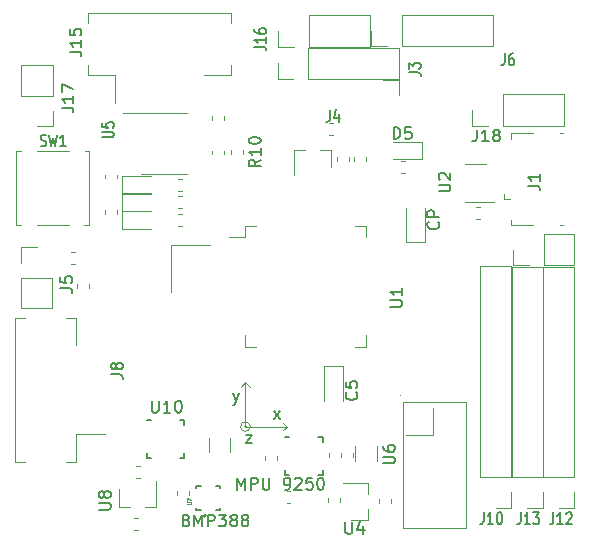
<source format=gbr>
%TF.GenerationSoftware,KiCad,Pcbnew,(5.1.6)-1*%
%TF.CreationDate,2020-08-20T16:43:32+07:00*%
%TF.ProjectId,drone_v3,64726f6e-655f-4763-932e-6b696361645f,rev?*%
%TF.SameCoordinates,Original*%
%TF.FileFunction,Legend,Top*%
%TF.FilePolarity,Positive*%
%FSLAX46Y46*%
G04 Gerber Fmt 4.6, Leading zero omitted, Abs format (unit mm)*
G04 Created by KiCad (PCBNEW (5.1.6)-1) date 2020-08-20 16:43:32*
%MOMM*%
%LPD*%
G01*
G04 APERTURE LIST*
%ADD10C,0.120000*%
%ADD11C,0.127000*%
%ADD12C,0.200000*%
%ADD13C,0.150000*%
%ADD14C,0.015000*%
G04 APERTURE END LIST*
D10*
%TO.C,U6*%
X137900000Y-115796000D02*
X137900000Y-115796000D01*
X137900000Y-126464000D02*
X137900000Y-115796000D01*
X137570000Y-115220000D02*
X137570000Y-115220000D01*
X138154000Y-118590000D02*
X138154000Y-118590000D01*
X140440000Y-118590000D02*
X138154000Y-118590000D01*
X140440000Y-116304000D02*
X140440000Y-118590000D01*
X137900000Y-126464000D02*
X137900000Y-126464000D01*
X143234000Y-126464000D02*
X137900000Y-126464000D01*
X143234000Y-115796000D02*
X143234000Y-126464000D01*
X137900000Y-115796000D02*
X143234000Y-115796000D01*
%TO.C,x*%
X124915000Y-117885000D02*
G75*
G03*
X124915000Y-117885000I-400000J0D01*
G01*
X124615000Y-117885000D02*
G75*
G03*
X124615000Y-117885000I-100000J0D01*
G01*
X127715000Y-117585000D02*
X128015000Y-117885000D01*
X128015000Y-117885000D02*
X127715000Y-118185000D01*
X124515000Y-114485000D02*
X124515000Y-114585000D01*
X124515000Y-114585000D02*
X124515000Y-114085000D01*
X124115000Y-114485000D02*
X124515000Y-114085000D01*
X124515000Y-114085000D02*
X124915000Y-114485000D01*
X124515000Y-117885000D02*
X128015000Y-117885000D01*
X124515000Y-114485000D02*
X124515000Y-117885000D01*
%TO.C,J4*%
X137525000Y-88495000D02*
X137525000Y-89825000D01*
X136195000Y-88495000D02*
X137525000Y-88495000D01*
D11*
%TO.C,U7*%
X122405000Y-124775000D02*
X122405000Y-124955000D01*
X122405000Y-124955000D02*
X122005000Y-124955000D01*
X120745000Y-124955000D02*
X120345000Y-124955000D01*
X120345000Y-124955000D02*
X120345000Y-124775000D01*
X120345000Y-123075000D02*
X120345000Y-122895000D01*
X120345000Y-122895000D02*
X120745000Y-122895000D01*
X122405000Y-123075000D02*
X122405000Y-122895000D01*
X122405000Y-122895000D02*
X122005000Y-122895000D01*
D12*
X121175000Y-125425000D02*
G75*
G03*
X121175000Y-125425000I-100000J0D01*
G01*
D10*
%TO.C,C34*%
X121425000Y-120027064D02*
X121425000Y-118822936D01*
X123245000Y-120027064D02*
X123245000Y-118822936D01*
%TO.C,C33*%
X115596267Y-121205000D02*
X115253733Y-121205000D01*
X115596267Y-122225000D02*
X115253733Y-122225000D01*
%TO.C,U8*%
X113820000Y-124660000D02*
X113820000Y-123200000D01*
X116980000Y-124660000D02*
X116980000Y-122500000D01*
X116980000Y-124660000D02*
X116050000Y-124660000D01*
X113820000Y-124660000D02*
X114750000Y-124660000D01*
D13*
%TO.C,U10*%
X116150000Y-117350000D02*
X116550000Y-117350000D01*
X119350000Y-117350000D02*
X118950000Y-117350000D01*
X119350000Y-117350000D02*
X119350000Y-117750000D01*
X119350000Y-120550000D02*
X118950000Y-120550000D01*
X119350000Y-120550000D02*
X119350000Y-120150000D01*
X116150000Y-120550000D02*
X116550000Y-120550000D01*
X116150000Y-120550000D02*
X116150000Y-120150000D01*
D10*
%TO.C,C32*%
X115446267Y-125640000D02*
X115103733Y-125640000D01*
X115446267Y-126660000D02*
X115103733Y-126660000D01*
X122710000Y-91887779D02*
X122710000Y-91562221D01*
X121690000Y-91887779D02*
X121690000Y-91562221D01*
%TO.C,C6*%
X139685000Y-102235000D02*
X139685000Y-99350000D01*
X138115000Y-102235000D02*
X139685000Y-102235000D01*
X138115000Y-99350000D02*
X138115000Y-102235000D01*
%TO.C,C5*%
X131190000Y-112790000D02*
X131190000Y-115675000D01*
X132760000Y-112790000D02*
X131190000Y-112790000D01*
X132760000Y-115675000D02*
X132760000Y-112790000D01*
%TO.C,U4*%
X134910000Y-125780000D02*
X134910000Y-124850000D01*
X134910000Y-122620000D02*
X134910000Y-123550000D01*
X134910000Y-122620000D02*
X132750000Y-122620000D01*
X134910000Y-125780000D02*
X133450000Y-125780000D01*
%TO.C,C30*%
X131540000Y-124271267D02*
X131540000Y-123928733D01*
X132560000Y-124271267D02*
X132560000Y-123928733D01*
%TO.C,C29*%
X135790000Y-124346267D02*
X135790000Y-124003733D01*
X136810000Y-124346267D02*
X136810000Y-124003733D01*
%TO.C,C28*%
X144372779Y-99290000D02*
X144047221Y-99290000D01*
X144372779Y-100310000D02*
X144047221Y-100310000D01*
%TO.C,C21*%
X133840000Y-120752064D02*
X133840000Y-119547936D01*
X135660000Y-120752064D02*
X135660000Y-119547936D01*
%TO.C,J7*%
X135170000Y-85680000D02*
X135170000Y-84350000D01*
X136500000Y-85680000D02*
X135170000Y-85680000D01*
X137770000Y-85680000D02*
X137770000Y-83020000D01*
X137770000Y-83020000D02*
X145450000Y-83020000D01*
X137770000Y-85680000D02*
X145450000Y-85680000D01*
X145450000Y-85680000D02*
X145450000Y-83020000D01*
%TO.C,J15*%
X123335000Y-82890000D02*
X123335000Y-83740000D01*
X111165000Y-82890000D02*
X123335000Y-82890000D01*
X111165000Y-83740000D02*
X111165000Y-82890000D01*
X123335000Y-88110000D02*
X121010000Y-88110000D01*
X123335000Y-87260000D02*
X123335000Y-88110000D01*
X113490000Y-88110000D02*
X113490000Y-90500000D01*
X111165000Y-88110000D02*
X113490000Y-88110000D01*
X111165000Y-87260000D02*
X111165000Y-88110000D01*
%TO.C,J8*%
X104990000Y-108665000D02*
X105840000Y-108665000D01*
X104990000Y-120835000D02*
X104990000Y-108665000D01*
X105840000Y-120835000D02*
X104990000Y-120835000D01*
X110210000Y-108665000D02*
X110210000Y-110990000D01*
X109360000Y-108665000D02*
X110210000Y-108665000D01*
X110210000Y-118510000D02*
X112600000Y-118510000D01*
X110210000Y-120835000D02*
X110210000Y-118510000D01*
X109360000Y-120835000D02*
X110210000Y-120835000D01*
%TO.C,C26*%
X132640000Y-120462779D02*
X132640000Y-120137221D01*
X133660000Y-120462779D02*
X133660000Y-120137221D01*
%TO.C,C22*%
X118690000Y-123687779D02*
X118690000Y-123362221D01*
X119710000Y-123687779D02*
X119710000Y-123362221D01*
%TO.C,U5*%
X117625000Y-91345000D02*
X114175000Y-91345000D01*
X117625000Y-91345000D02*
X119575000Y-91345000D01*
X117625000Y-96465000D02*
X115675000Y-96465000D01*
X117625000Y-96465000D02*
X119575000Y-96465000D01*
%TO.C,C2*%
X131590000Y-120462779D02*
X131590000Y-120137221D01*
X132610000Y-120462779D02*
X132610000Y-120137221D01*
%TO.C,C1*%
X126140000Y-120712779D02*
X126140000Y-120387221D01*
X127160000Y-120712779D02*
X127160000Y-120387221D01*
%TO.C,Rc_sbus1*%
X132290000Y-95028733D02*
X132290000Y-95371267D01*
X133310000Y-95028733D02*
X133310000Y-95371267D01*
%TO.C,Rb_sbus1*%
X133690000Y-95028733D02*
X133690000Y-95371267D01*
X134710000Y-95028733D02*
X134710000Y-95371267D01*
%TO.C,J3*%
X127245000Y-88455000D02*
X127245000Y-87125000D01*
X128575000Y-88455000D02*
X127245000Y-88455000D01*
X129845000Y-88455000D02*
X129845000Y-85795000D01*
X129845000Y-85795000D02*
X137525000Y-85795000D01*
X129845000Y-88455000D02*
X137525000Y-88455000D01*
X137525000Y-88455000D02*
X137525000Y-85795000D01*
%TO.C,J16*%
X127295000Y-85705000D02*
X127295000Y-84375000D01*
X128625000Y-85705000D02*
X127295000Y-85705000D01*
X129895000Y-85705000D02*
X129895000Y-83045000D01*
X129895000Y-83045000D02*
X135035000Y-83045000D01*
X129895000Y-85705000D02*
X135035000Y-85705000D01*
X135035000Y-85705000D02*
X135035000Y-83045000D01*
%TO.C,R11*%
X123315000Y-94487221D02*
X123315000Y-94812779D01*
X124335000Y-94487221D02*
X124335000Y-94812779D01*
%TO.C,R10*%
X121690000Y-94512221D02*
X121690000Y-94837779D01*
X122710000Y-94512221D02*
X122710000Y-94837779D01*
%TO.C,C3*%
X127999721Y-123365000D02*
X128325279Y-123365000D01*
X127999721Y-124385000D02*
X128325279Y-124385000D01*
D13*
%TO.C,U3*%
X127850000Y-121950000D02*
X127850000Y-121550000D01*
X127850000Y-121950000D02*
X128250000Y-121950000D01*
X131050000Y-121950000D02*
X131050000Y-121550000D01*
X131050000Y-121950000D02*
X130650000Y-121950000D01*
X131050000Y-118750000D02*
X131050000Y-119150000D01*
X131050000Y-118750000D02*
X130650000Y-118750000D01*
X127850000Y-118750000D02*
X128250000Y-118750000D01*
D10*
%TO.C,Y1*%
X118225000Y-102475000D02*
X118225000Y-106475000D01*
X121525000Y-102475000D02*
X118225000Y-102475000D01*
%TO.C,U2*%
X144900000Y-95640000D02*
X143100000Y-95640000D01*
X143100000Y-98860000D02*
X145550000Y-98860000D01*
%TO.C,U1*%
X124490000Y-101840000D02*
X123150000Y-101840000D01*
X124490000Y-100890000D02*
X124490000Y-101840000D01*
X125440000Y-100890000D02*
X124490000Y-100890000D01*
X134710000Y-100890000D02*
X134710000Y-101840000D01*
X133760000Y-100890000D02*
X134710000Y-100890000D01*
X124490000Y-111110000D02*
X124490000Y-110160000D01*
X125440000Y-111110000D02*
X124490000Y-111110000D01*
X134710000Y-111110000D02*
X134710000Y-110160000D01*
X133760000Y-111110000D02*
X134710000Y-111110000D01*
%TO.C,SW1*%
X105550000Y-100850000D02*
X105100000Y-100850000D01*
X105100000Y-94550000D02*
X105550000Y-94550000D01*
X105100000Y-100850000D02*
X105100000Y-94550000D01*
X106850000Y-94550000D02*
X109550000Y-94550000D01*
X109550000Y-100850000D02*
X106850000Y-100850000D01*
X111300000Y-94550000D02*
X110900000Y-94550000D01*
X111300000Y-100850000D02*
X111300000Y-94550000D01*
X110850000Y-100850000D02*
X111300000Y-100850000D01*
%TO.C,Rc_sbus2*%
X131921267Y-92140000D02*
X131578733Y-92140000D01*
X131921267Y-93160000D02*
X131578733Y-93160000D01*
%TO.C,R9*%
X137996267Y-95415000D02*
X137653733Y-95415000D01*
X137996267Y-96435000D02*
X137653733Y-96435000D01*
%TO.C,R8*%
X119171267Y-98390000D02*
X118828733Y-98390000D01*
X119171267Y-99410000D02*
X118828733Y-99410000D01*
%TO.C,R7*%
X119171267Y-99890000D02*
X118828733Y-99890000D01*
X119171267Y-100910000D02*
X118828733Y-100910000D01*
%TO.C,R6*%
X119171267Y-96890000D02*
X118828733Y-96890000D01*
X119171267Y-97910000D02*
X118828733Y-97910000D01*
%TO.C,R5*%
X112590000Y-96537221D02*
X112590000Y-96862779D01*
X113610000Y-96537221D02*
X113610000Y-96862779D01*
%TO.C,R3*%
X110290000Y-105828733D02*
X110290000Y-106171267D01*
X111310000Y-105828733D02*
X111310000Y-106171267D01*
%TO.C,R2*%
X109753733Y-104110000D02*
X110096267Y-104110000D01*
X109753733Y-103090000D02*
X110096267Y-103090000D01*
%TO.C,Q1*%
X131780000Y-94440000D02*
X131780000Y-95900000D01*
X128620000Y-94440000D02*
X128620000Y-96600000D01*
X128620000Y-94440000D02*
X129550000Y-94440000D01*
X131780000Y-94440000D02*
X130850000Y-94440000D01*
%TO.C,J18*%
X143715000Y-92405000D02*
X143715000Y-91075000D01*
X145045000Y-92405000D02*
X143715000Y-92405000D01*
X146315000Y-92405000D02*
X146315000Y-89745000D01*
X146315000Y-89745000D02*
X151455000Y-89745000D01*
X146315000Y-92405000D02*
X151455000Y-92405000D01*
X151455000Y-92405000D02*
X151455000Y-89745000D01*
%TO.C,J17*%
X108190000Y-92450000D02*
X106860000Y-92450000D01*
X108190000Y-91120000D02*
X108190000Y-92450000D01*
X108190000Y-89850000D02*
X105530000Y-89850000D01*
X105530000Y-89850000D02*
X105530000Y-87250000D01*
X108190000Y-89850000D02*
X108190000Y-87250000D01*
X108190000Y-87250000D02*
X105530000Y-87250000D01*
%TO.C,J14*%
X147180000Y-104230000D02*
X147180000Y-102900000D01*
X148510000Y-104230000D02*
X147180000Y-104230000D01*
X149780000Y-104230000D02*
X149780000Y-101570000D01*
X149780000Y-101570000D02*
X152380000Y-101570000D01*
X149780000Y-104230000D02*
X152380000Y-104230000D01*
X152380000Y-104230000D02*
X152380000Y-101570000D01*
%TO.C,J13*%
X149730000Y-124780000D02*
X148400000Y-124780000D01*
X149730000Y-123450000D02*
X149730000Y-124780000D01*
X149730000Y-122180000D02*
X147070000Y-122180000D01*
X147070000Y-122180000D02*
X147070000Y-104340000D01*
X149730000Y-122180000D02*
X149730000Y-104340000D01*
X149730000Y-104340000D02*
X147070000Y-104340000D01*
%TO.C,J12*%
X152380000Y-124780000D02*
X151050000Y-124780000D01*
X152380000Y-123450000D02*
X152380000Y-124780000D01*
X152380000Y-122180000D02*
X149720000Y-122180000D01*
X149720000Y-122180000D02*
X149720000Y-104340000D01*
X152380000Y-122180000D02*
X152380000Y-104340000D01*
X152380000Y-104340000D02*
X149720000Y-104340000D01*
%TO.C,J10*%
X147030000Y-124730000D02*
X145700000Y-124730000D01*
X147030000Y-123400000D02*
X147030000Y-124730000D01*
X147030000Y-122130000D02*
X144370000Y-122130000D01*
X144370000Y-122130000D02*
X144370000Y-104290000D01*
X147030000Y-122130000D02*
X147030000Y-104290000D01*
X147030000Y-104290000D02*
X144370000Y-104290000D01*
%TO.C,J5*%
X105520000Y-102670000D02*
X106850000Y-102670000D01*
X105520000Y-104000000D02*
X105520000Y-102670000D01*
X105520000Y-105270000D02*
X108180000Y-105270000D01*
X108180000Y-105270000D02*
X108180000Y-107870000D01*
X105520000Y-105270000D02*
X105520000Y-107870000D01*
X105520000Y-107870000D02*
X108180000Y-107870000D01*
%TO.C,J1*%
X146987500Y-100850000D02*
X146987500Y-100400000D01*
X148837500Y-100850000D02*
X146987500Y-100850000D01*
X151387500Y-93050000D02*
X151137500Y-93050000D01*
X151387500Y-100850000D02*
X151137500Y-100850000D01*
X148837500Y-93050000D02*
X146987500Y-93050000D01*
X146987500Y-93050000D02*
X146987500Y-93500000D01*
X146437500Y-98650000D02*
X146437500Y-98200000D01*
X146437500Y-98650000D02*
X146887500Y-98650000D01*
%TO.C,D5*%
X139460000Y-93765000D02*
X137000000Y-93765000D01*
X139460000Y-95235000D02*
X139460000Y-93765000D01*
X137000000Y-95235000D02*
X139460000Y-95235000D01*
%TO.C,D4*%
X114040000Y-99635000D02*
X116500000Y-99635000D01*
X114040000Y-98165000D02*
X114040000Y-99635000D01*
X116500000Y-98165000D02*
X114040000Y-98165000D01*
%TO.C,D3*%
X114040000Y-101135000D02*
X116500000Y-101135000D01*
X114040000Y-99665000D02*
X114040000Y-101135000D01*
X116500000Y-99665000D02*
X114040000Y-99665000D01*
%TO.C,D2*%
X114040000Y-98135000D02*
X116500000Y-98135000D01*
X114040000Y-96665000D02*
X114040000Y-98135000D01*
X116500000Y-96665000D02*
X114040000Y-96665000D01*
%TO.C,C11*%
X113610000Y-99862779D02*
X113610000Y-99537221D01*
X112590000Y-99862779D02*
X112590000Y-99537221D01*
%TO.C,U6*%
D12*
X136177380Y-120996904D02*
X136986904Y-120996904D01*
X137082142Y-120949285D01*
X137129761Y-120901666D01*
X137177380Y-120806428D01*
X137177380Y-120615952D01*
X137129761Y-120520714D01*
X137082142Y-120473095D01*
X136986904Y-120425476D01*
X136177380Y-120425476D01*
X136177380Y-119520714D02*
X136177380Y-119711190D01*
X136225000Y-119806428D01*
X136272619Y-119854047D01*
X136415476Y-119949285D01*
X136605952Y-119996904D01*
X136986904Y-119996904D01*
X137082142Y-119949285D01*
X137129761Y-119901666D01*
X137177380Y-119806428D01*
X137177380Y-119615952D01*
X137129761Y-119520714D01*
X137082142Y-119473095D01*
X136986904Y-119425476D01*
X136748809Y-119425476D01*
X136653571Y-119473095D01*
X136605952Y-119520714D01*
X136558333Y-119615952D01*
X136558333Y-119806428D01*
X136605952Y-119901666D01*
X136653571Y-119949285D01*
X136748809Y-119996904D01*
%TO.C,J6*%
X146478333Y-86287380D02*
X146478333Y-87001666D01*
X146440238Y-87144523D01*
X146364047Y-87239761D01*
X146249761Y-87287380D01*
X146173571Y-87287380D01*
X147202142Y-86287380D02*
X147049761Y-86287380D01*
X146973571Y-86335000D01*
X146935476Y-86382619D01*
X146859285Y-86525476D01*
X146821190Y-86715952D01*
X146821190Y-87096904D01*
X146859285Y-87192142D01*
X146897380Y-87239761D01*
X146973571Y-87287380D01*
X147125952Y-87287380D01*
X147202142Y-87239761D01*
X147240238Y-87192142D01*
X147278333Y-87096904D01*
X147278333Y-86858809D01*
X147240238Y-86763571D01*
X147202142Y-86715952D01*
X147125952Y-86668333D01*
X146973571Y-86668333D01*
X146897380Y-86715952D01*
X146859285Y-86763571D01*
X146821190Y-86858809D01*
%TO.C,x*%
D13*
X126953095Y-117237380D02*
X127476904Y-116570714D01*
X126953095Y-116570714D02*
X127476904Y-117237380D01*
X124553095Y-118570714D02*
X125076904Y-118570714D01*
X124553095Y-119237380D01*
X125076904Y-119237380D01*
X123476904Y-115070714D02*
X123715000Y-115737380D01*
X123953095Y-115070714D02*
X123715000Y-115737380D01*
X123619761Y-115975476D01*
X123572142Y-116023095D01*
X123476904Y-116070714D01*
%TO.C,J4*%
D12*
X131678333Y-91077380D02*
X131678333Y-91791666D01*
X131640238Y-91934523D01*
X131564047Y-92029761D01*
X131449761Y-92077380D01*
X131373571Y-92077380D01*
X132402142Y-91410714D02*
X132402142Y-92077380D01*
X132211666Y-91029761D02*
X132021190Y-91744047D01*
X132516428Y-91744047D01*
%TO.C,U7*%
D14*
X119594148Y-124453523D02*
X119853547Y-124453523D01*
X119884064Y-124438264D01*
X119899323Y-124423005D01*
X119914582Y-124392488D01*
X119914582Y-124331453D01*
X119899323Y-124300935D01*
X119884064Y-124285676D01*
X119853547Y-124270418D01*
X119594148Y-124270418D01*
X119594148Y-124148347D02*
X119594148Y-123934725D01*
X119914582Y-124072054D01*
D12*
X119541428Y-125798571D02*
X119684285Y-125846190D01*
X119731904Y-125893809D01*
X119779523Y-125989047D01*
X119779523Y-126131904D01*
X119731904Y-126227142D01*
X119684285Y-126274761D01*
X119589047Y-126322380D01*
X119208095Y-126322380D01*
X119208095Y-125322380D01*
X119541428Y-125322380D01*
X119636666Y-125370000D01*
X119684285Y-125417619D01*
X119731904Y-125512857D01*
X119731904Y-125608095D01*
X119684285Y-125703333D01*
X119636666Y-125750952D01*
X119541428Y-125798571D01*
X119208095Y-125798571D01*
X120208095Y-126322380D02*
X120208095Y-125322380D01*
X120541428Y-126036666D01*
X120874761Y-125322380D01*
X120874761Y-126322380D01*
X121350952Y-126322380D02*
X121350952Y-125322380D01*
X121731904Y-125322380D01*
X121827142Y-125370000D01*
X121874761Y-125417619D01*
X121922380Y-125512857D01*
X121922380Y-125655714D01*
X121874761Y-125750952D01*
X121827142Y-125798571D01*
X121731904Y-125846190D01*
X121350952Y-125846190D01*
X122255714Y-125322380D02*
X122874761Y-125322380D01*
X122541428Y-125703333D01*
X122684285Y-125703333D01*
X122779523Y-125750952D01*
X122827142Y-125798571D01*
X122874761Y-125893809D01*
X122874761Y-126131904D01*
X122827142Y-126227142D01*
X122779523Y-126274761D01*
X122684285Y-126322380D01*
X122398571Y-126322380D01*
X122303333Y-126274761D01*
X122255714Y-126227142D01*
X123446190Y-125750952D02*
X123350952Y-125703333D01*
X123303333Y-125655714D01*
X123255714Y-125560476D01*
X123255714Y-125512857D01*
X123303333Y-125417619D01*
X123350952Y-125370000D01*
X123446190Y-125322380D01*
X123636666Y-125322380D01*
X123731904Y-125370000D01*
X123779523Y-125417619D01*
X123827142Y-125512857D01*
X123827142Y-125560476D01*
X123779523Y-125655714D01*
X123731904Y-125703333D01*
X123636666Y-125750952D01*
X123446190Y-125750952D01*
X123350952Y-125798571D01*
X123303333Y-125846190D01*
X123255714Y-125941428D01*
X123255714Y-126131904D01*
X123303333Y-126227142D01*
X123350952Y-126274761D01*
X123446190Y-126322380D01*
X123636666Y-126322380D01*
X123731904Y-126274761D01*
X123779523Y-126227142D01*
X123827142Y-126131904D01*
X123827142Y-125941428D01*
X123779523Y-125846190D01*
X123731904Y-125798571D01*
X123636666Y-125750952D01*
X124398571Y-125750952D02*
X124303333Y-125703333D01*
X124255714Y-125655714D01*
X124208095Y-125560476D01*
X124208095Y-125512857D01*
X124255714Y-125417619D01*
X124303333Y-125370000D01*
X124398571Y-125322380D01*
X124589047Y-125322380D01*
X124684285Y-125370000D01*
X124731904Y-125417619D01*
X124779523Y-125512857D01*
X124779523Y-125560476D01*
X124731904Y-125655714D01*
X124684285Y-125703333D01*
X124589047Y-125750952D01*
X124398571Y-125750952D01*
X124303333Y-125798571D01*
X124255714Y-125846190D01*
X124208095Y-125941428D01*
X124208095Y-126131904D01*
X124255714Y-126227142D01*
X124303333Y-126274761D01*
X124398571Y-126322380D01*
X124589047Y-126322380D01*
X124684285Y-126274761D01*
X124731904Y-126227142D01*
X124779523Y-126131904D01*
X124779523Y-125941428D01*
X124731904Y-125846190D01*
X124684285Y-125798571D01*
X124589047Y-125750952D01*
%TO.C,U8*%
X112102380Y-124911904D02*
X112911904Y-124911904D01*
X113007142Y-124864285D01*
X113054761Y-124816666D01*
X113102380Y-124721428D01*
X113102380Y-124530952D01*
X113054761Y-124435714D01*
X113007142Y-124388095D01*
X112911904Y-124340476D01*
X112102380Y-124340476D01*
X112530952Y-123721428D02*
X112483333Y-123816666D01*
X112435714Y-123864285D01*
X112340476Y-123911904D01*
X112292857Y-123911904D01*
X112197619Y-123864285D01*
X112150000Y-123816666D01*
X112102380Y-123721428D01*
X112102380Y-123530952D01*
X112150000Y-123435714D01*
X112197619Y-123388095D01*
X112292857Y-123340476D01*
X112340476Y-123340476D01*
X112435714Y-123388095D01*
X112483333Y-123435714D01*
X112530952Y-123530952D01*
X112530952Y-123721428D01*
X112578571Y-123816666D01*
X112626190Y-123864285D01*
X112721428Y-123911904D01*
X112911904Y-123911904D01*
X113007142Y-123864285D01*
X113054761Y-123816666D01*
X113102380Y-123721428D01*
X113102380Y-123530952D01*
X113054761Y-123435714D01*
X113007142Y-123388095D01*
X112911904Y-123340476D01*
X112721428Y-123340476D01*
X112626190Y-123388095D01*
X112578571Y-123435714D01*
X112530952Y-123530952D01*
%TO.C,U10*%
X116596904Y-115687380D02*
X116596904Y-116496904D01*
X116644523Y-116592142D01*
X116692142Y-116639761D01*
X116787380Y-116687380D01*
X116977857Y-116687380D01*
X117073095Y-116639761D01*
X117120714Y-116592142D01*
X117168333Y-116496904D01*
X117168333Y-115687380D01*
X118168333Y-116687380D02*
X117596904Y-116687380D01*
X117882619Y-116687380D02*
X117882619Y-115687380D01*
X117787380Y-115830238D01*
X117692142Y-115925476D01*
X117596904Y-115973095D01*
X118787380Y-115687380D02*
X118882619Y-115687380D01*
X118977857Y-115735000D01*
X119025476Y-115782619D01*
X119073095Y-115877857D01*
X119120714Y-116068333D01*
X119120714Y-116306428D01*
X119073095Y-116496904D01*
X119025476Y-116592142D01*
X118977857Y-116639761D01*
X118882619Y-116687380D01*
X118787380Y-116687380D01*
X118692142Y-116639761D01*
X118644523Y-116592142D01*
X118596904Y-116496904D01*
X118549285Y-116306428D01*
X118549285Y-116068333D01*
X118596904Y-115877857D01*
X118644523Y-115782619D01*
X118692142Y-115735000D01*
X118787380Y-115687380D01*
%TO.C,C6*%
X140837142Y-100540476D02*
X140884761Y-100588095D01*
X140932380Y-100730952D01*
X140932380Y-100826190D01*
X140884761Y-100969047D01*
X140789523Y-101064285D01*
X140694285Y-101111904D01*
X140503809Y-101159523D01*
X140360952Y-101159523D01*
X140170476Y-101111904D01*
X140075238Y-101064285D01*
X139980000Y-100969047D01*
X139932380Y-100826190D01*
X139932380Y-100730952D01*
X139980000Y-100588095D01*
X140027619Y-100540476D01*
X140932380Y-100111904D02*
X139932380Y-100111904D01*
X139932380Y-99730952D01*
X139980000Y-99635714D01*
X140027619Y-99588095D01*
X140122857Y-99540476D01*
X140265714Y-99540476D01*
X140360952Y-99588095D01*
X140408571Y-99635714D01*
X140456190Y-99730952D01*
X140456190Y-100111904D01*
%TO.C,C5*%
D13*
X133902142Y-114991666D02*
X133949761Y-115039285D01*
X133997380Y-115182142D01*
X133997380Y-115277380D01*
X133949761Y-115420238D01*
X133854523Y-115515476D01*
X133759285Y-115563095D01*
X133568809Y-115610714D01*
X133425952Y-115610714D01*
X133235476Y-115563095D01*
X133140238Y-115515476D01*
X133045000Y-115420238D01*
X132997380Y-115277380D01*
X132997380Y-115182142D01*
X133045000Y-115039285D01*
X133092619Y-114991666D01*
X132997380Y-114086904D02*
X132997380Y-114563095D01*
X133473571Y-114610714D01*
X133425952Y-114563095D01*
X133378333Y-114467857D01*
X133378333Y-114229761D01*
X133425952Y-114134523D01*
X133473571Y-114086904D01*
X133568809Y-114039285D01*
X133806904Y-114039285D01*
X133902142Y-114086904D01*
X133949761Y-114134523D01*
X133997380Y-114229761D01*
X133997380Y-114467857D01*
X133949761Y-114563095D01*
X133902142Y-114610714D01*
%TO.C,U4*%
D12*
X132988095Y-125952380D02*
X132988095Y-126761904D01*
X133035714Y-126857142D01*
X133083333Y-126904761D01*
X133178571Y-126952380D01*
X133369047Y-126952380D01*
X133464285Y-126904761D01*
X133511904Y-126857142D01*
X133559523Y-126761904D01*
X133559523Y-125952380D01*
X134464285Y-126285714D02*
X134464285Y-126952380D01*
X134226190Y-125904761D02*
X133988095Y-126619047D01*
X134607142Y-126619047D01*
%TO.C,J15*%
X109627380Y-86134523D02*
X110341666Y-86134523D01*
X110484523Y-86182142D01*
X110579761Y-86277380D01*
X110627380Y-86420238D01*
X110627380Y-86515476D01*
X110627380Y-85134523D02*
X110627380Y-85705952D01*
X110627380Y-85420238D02*
X109627380Y-85420238D01*
X109770238Y-85515476D01*
X109865476Y-85610714D01*
X109913095Y-85705952D01*
X109627380Y-84229761D02*
X109627380Y-84705952D01*
X110103571Y-84753571D01*
X110055952Y-84705952D01*
X110008333Y-84610714D01*
X110008333Y-84372619D01*
X110055952Y-84277380D01*
X110103571Y-84229761D01*
X110198809Y-84182142D01*
X110436904Y-84182142D01*
X110532142Y-84229761D01*
X110579761Y-84277380D01*
X110627380Y-84372619D01*
X110627380Y-84610714D01*
X110579761Y-84705952D01*
X110532142Y-84753571D01*
%TO.C,J8*%
X113137380Y-113468333D02*
X113851666Y-113468333D01*
X113994523Y-113515952D01*
X114089761Y-113611190D01*
X114137380Y-113754047D01*
X114137380Y-113849285D01*
X113565952Y-112849285D02*
X113518333Y-112944523D01*
X113470714Y-112992142D01*
X113375476Y-113039761D01*
X113327857Y-113039761D01*
X113232619Y-112992142D01*
X113185000Y-112944523D01*
X113137380Y-112849285D01*
X113137380Y-112658809D01*
X113185000Y-112563571D01*
X113232619Y-112515952D01*
X113327857Y-112468333D01*
X113375476Y-112468333D01*
X113470714Y-112515952D01*
X113518333Y-112563571D01*
X113565952Y-112658809D01*
X113565952Y-112849285D01*
X113613571Y-112944523D01*
X113661190Y-112992142D01*
X113756428Y-113039761D01*
X113946904Y-113039761D01*
X114042142Y-112992142D01*
X114089761Y-112944523D01*
X114137380Y-112849285D01*
X114137380Y-112658809D01*
X114089761Y-112563571D01*
X114042142Y-112515952D01*
X113946904Y-112468333D01*
X113756428Y-112468333D01*
X113661190Y-112515952D01*
X113613571Y-112563571D01*
X113565952Y-112658809D01*
%TO.C,U5*%
X112377380Y-93384523D02*
X113186904Y-93384523D01*
X113282142Y-93346428D01*
X113329761Y-93308333D01*
X113377380Y-93232142D01*
X113377380Y-93079761D01*
X113329761Y-93003571D01*
X113282142Y-92965476D01*
X113186904Y-92927380D01*
X112377380Y-92927380D01*
X112377380Y-92165476D02*
X112377380Y-92546428D01*
X112853571Y-92584523D01*
X112805952Y-92546428D01*
X112758333Y-92470238D01*
X112758333Y-92279761D01*
X112805952Y-92203571D01*
X112853571Y-92165476D01*
X112948809Y-92127380D01*
X113186904Y-92127380D01*
X113282142Y-92165476D01*
X113329761Y-92203571D01*
X113377380Y-92279761D01*
X113377380Y-92470238D01*
X113329761Y-92546428D01*
X113282142Y-92584523D01*
%TO.C,J3*%
X138352380Y-87866666D02*
X139066666Y-87866666D01*
X139209523Y-87904761D01*
X139304761Y-87980952D01*
X139352380Y-88095238D01*
X139352380Y-88171428D01*
X138352380Y-87561904D02*
X138352380Y-87066666D01*
X138733333Y-87333333D01*
X138733333Y-87219047D01*
X138780952Y-87142857D01*
X138828571Y-87104761D01*
X138923809Y-87066666D01*
X139161904Y-87066666D01*
X139257142Y-87104761D01*
X139304761Y-87142857D01*
X139352380Y-87219047D01*
X139352380Y-87447619D01*
X139304761Y-87523809D01*
X139257142Y-87561904D01*
%TO.C,J16*%
X125277380Y-85702619D02*
X125991666Y-85702619D01*
X126134523Y-85740714D01*
X126229761Y-85816904D01*
X126277380Y-85931190D01*
X126277380Y-86007380D01*
X126277380Y-84902619D02*
X126277380Y-85359761D01*
X126277380Y-85131190D02*
X125277380Y-85131190D01*
X125420238Y-85207380D01*
X125515476Y-85283571D01*
X125563095Y-85359761D01*
X125277380Y-84216904D02*
X125277380Y-84369285D01*
X125325000Y-84445476D01*
X125372619Y-84483571D01*
X125515476Y-84559761D01*
X125705952Y-84597857D01*
X126086904Y-84597857D01*
X126182142Y-84559761D01*
X126229761Y-84521666D01*
X126277380Y-84445476D01*
X126277380Y-84293095D01*
X126229761Y-84216904D01*
X126182142Y-84178809D01*
X126086904Y-84140714D01*
X125848809Y-84140714D01*
X125753571Y-84178809D01*
X125705952Y-84216904D01*
X125658333Y-84293095D01*
X125658333Y-84445476D01*
X125705952Y-84521666D01*
X125753571Y-84559761D01*
X125848809Y-84597857D01*
%TO.C,R10*%
X125802380Y-95267857D02*
X125326190Y-95601190D01*
X125802380Y-95839285D02*
X124802380Y-95839285D01*
X124802380Y-95458333D01*
X124850000Y-95363095D01*
X124897619Y-95315476D01*
X124992857Y-95267857D01*
X125135714Y-95267857D01*
X125230952Y-95315476D01*
X125278571Y-95363095D01*
X125326190Y-95458333D01*
X125326190Y-95839285D01*
X125802380Y-94315476D02*
X125802380Y-94886904D01*
X125802380Y-94601190D02*
X124802380Y-94601190D01*
X124945238Y-94696428D01*
X125040476Y-94791666D01*
X125088095Y-94886904D01*
X124802380Y-93696428D02*
X124802380Y-93601190D01*
X124850000Y-93505952D01*
X124897619Y-93458333D01*
X124992857Y-93410714D01*
X125183333Y-93363095D01*
X125421428Y-93363095D01*
X125611904Y-93410714D01*
X125707142Y-93458333D01*
X125754761Y-93505952D01*
X125802380Y-93601190D01*
X125802380Y-93696428D01*
X125754761Y-93791666D01*
X125707142Y-93839285D01*
X125611904Y-93886904D01*
X125421428Y-93934523D01*
X125183333Y-93934523D01*
X124992857Y-93886904D01*
X124897619Y-93839285D01*
X124850000Y-93791666D01*
X124802380Y-93696428D01*
%TO.C,U3*%
X123842142Y-123217380D02*
X123842142Y-122217380D01*
X124175476Y-122931666D01*
X124508809Y-122217380D01*
X124508809Y-123217380D01*
X124985000Y-123217380D02*
X124985000Y-122217380D01*
X125365952Y-122217380D01*
X125461190Y-122265000D01*
X125508809Y-122312619D01*
X125556428Y-122407857D01*
X125556428Y-122550714D01*
X125508809Y-122645952D01*
X125461190Y-122693571D01*
X125365952Y-122741190D01*
X124985000Y-122741190D01*
X125985000Y-122217380D02*
X125985000Y-123026904D01*
X126032619Y-123122142D01*
X126080238Y-123169761D01*
X126175476Y-123217380D01*
X126365952Y-123217380D01*
X126461190Y-123169761D01*
X126508809Y-123122142D01*
X126556428Y-123026904D01*
X126556428Y-122217380D01*
X127842142Y-123217380D02*
X128032619Y-123217380D01*
X128127857Y-123169761D01*
X128175476Y-123122142D01*
X128270714Y-122979285D01*
X128318333Y-122788809D01*
X128318333Y-122407857D01*
X128270714Y-122312619D01*
X128223095Y-122265000D01*
X128127857Y-122217380D01*
X127937380Y-122217380D01*
X127842142Y-122265000D01*
X127794523Y-122312619D01*
X127746904Y-122407857D01*
X127746904Y-122645952D01*
X127794523Y-122741190D01*
X127842142Y-122788809D01*
X127937380Y-122836428D01*
X128127857Y-122836428D01*
X128223095Y-122788809D01*
X128270714Y-122741190D01*
X128318333Y-122645952D01*
X128699285Y-122312619D02*
X128746904Y-122265000D01*
X128842142Y-122217380D01*
X129080238Y-122217380D01*
X129175476Y-122265000D01*
X129223095Y-122312619D01*
X129270714Y-122407857D01*
X129270714Y-122503095D01*
X129223095Y-122645952D01*
X128651666Y-123217380D01*
X129270714Y-123217380D01*
X130175476Y-122217380D02*
X129699285Y-122217380D01*
X129651666Y-122693571D01*
X129699285Y-122645952D01*
X129794523Y-122598333D01*
X130032619Y-122598333D01*
X130127857Y-122645952D01*
X130175476Y-122693571D01*
X130223095Y-122788809D01*
X130223095Y-123026904D01*
X130175476Y-123122142D01*
X130127857Y-123169761D01*
X130032619Y-123217380D01*
X129794523Y-123217380D01*
X129699285Y-123169761D01*
X129651666Y-123122142D01*
X130842142Y-122217380D02*
X130937380Y-122217380D01*
X131032619Y-122265000D01*
X131080238Y-122312619D01*
X131127857Y-122407857D01*
X131175476Y-122598333D01*
X131175476Y-122836428D01*
X131127857Y-123026904D01*
X131080238Y-123122142D01*
X131032619Y-123169761D01*
X130937380Y-123217380D01*
X130842142Y-123217380D01*
X130746904Y-123169761D01*
X130699285Y-123122142D01*
X130651666Y-123026904D01*
X130604047Y-122836428D01*
X130604047Y-122598333D01*
X130651666Y-122407857D01*
X130699285Y-122312619D01*
X130746904Y-122265000D01*
X130842142Y-122217380D01*
%TO.C,U2*%
X140877380Y-97961904D02*
X141686904Y-97961904D01*
X141782142Y-97914285D01*
X141829761Y-97866666D01*
X141877380Y-97771428D01*
X141877380Y-97580952D01*
X141829761Y-97485714D01*
X141782142Y-97438095D01*
X141686904Y-97390476D01*
X140877380Y-97390476D01*
X140972619Y-96961904D02*
X140925000Y-96914285D01*
X140877380Y-96819047D01*
X140877380Y-96580952D01*
X140925000Y-96485714D01*
X140972619Y-96438095D01*
X141067857Y-96390476D01*
X141163095Y-96390476D01*
X141305952Y-96438095D01*
X141877380Y-97009523D01*
X141877380Y-96390476D01*
%TO.C,U1*%
X136777380Y-107736904D02*
X137586904Y-107736904D01*
X137682142Y-107689285D01*
X137729761Y-107641666D01*
X137777380Y-107546428D01*
X137777380Y-107355952D01*
X137729761Y-107260714D01*
X137682142Y-107213095D01*
X137586904Y-107165476D01*
X136777380Y-107165476D01*
X137777380Y-106165476D02*
X137777380Y-106736904D01*
X137777380Y-106451190D02*
X136777380Y-106451190D01*
X136920238Y-106546428D01*
X137015476Y-106641666D01*
X137063095Y-106736904D01*
%TO.C,SW1*%
X107183333Y-94104761D02*
X107297619Y-94152380D01*
X107488095Y-94152380D01*
X107564285Y-94104761D01*
X107602380Y-94057142D01*
X107640476Y-93961904D01*
X107640476Y-93866666D01*
X107602380Y-93771428D01*
X107564285Y-93723809D01*
X107488095Y-93676190D01*
X107335714Y-93628571D01*
X107259523Y-93580952D01*
X107221428Y-93533333D01*
X107183333Y-93438095D01*
X107183333Y-93342857D01*
X107221428Y-93247619D01*
X107259523Y-93200000D01*
X107335714Y-93152380D01*
X107526190Y-93152380D01*
X107640476Y-93200000D01*
X107907142Y-93152380D02*
X108097619Y-94152380D01*
X108250000Y-93438095D01*
X108402380Y-94152380D01*
X108592857Y-93152380D01*
X109316666Y-94152380D02*
X108859523Y-94152380D01*
X109088095Y-94152380D02*
X109088095Y-93152380D01*
X109011904Y-93295238D01*
X108935714Y-93390476D01*
X108859523Y-93438095D01*
%TO.C,J18*%
X144110476Y-92727380D02*
X144110476Y-93441666D01*
X144062857Y-93584523D01*
X143967619Y-93679761D01*
X143824761Y-93727380D01*
X143729523Y-93727380D01*
X145110476Y-93727380D02*
X144539047Y-93727380D01*
X144824761Y-93727380D02*
X144824761Y-92727380D01*
X144729523Y-92870238D01*
X144634285Y-92965476D01*
X144539047Y-93013095D01*
X145681904Y-93155952D02*
X145586666Y-93108333D01*
X145539047Y-93060714D01*
X145491428Y-92965476D01*
X145491428Y-92917857D01*
X145539047Y-92822619D01*
X145586666Y-92775000D01*
X145681904Y-92727380D01*
X145872380Y-92727380D01*
X145967619Y-92775000D01*
X146015238Y-92822619D01*
X146062857Y-92917857D01*
X146062857Y-92965476D01*
X146015238Y-93060714D01*
X145967619Y-93108333D01*
X145872380Y-93155952D01*
X145681904Y-93155952D01*
X145586666Y-93203571D01*
X145539047Y-93251190D01*
X145491428Y-93346428D01*
X145491428Y-93536904D01*
X145539047Y-93632142D01*
X145586666Y-93679761D01*
X145681904Y-93727380D01*
X145872380Y-93727380D01*
X145967619Y-93679761D01*
X146015238Y-93632142D01*
X146062857Y-93536904D01*
X146062857Y-93346428D01*
X146015238Y-93251190D01*
X145967619Y-93203571D01*
X145872380Y-93155952D01*
%TO.C,J17*%
X108957380Y-90874523D02*
X109671666Y-90874523D01*
X109814523Y-90922142D01*
X109909761Y-91017380D01*
X109957380Y-91160238D01*
X109957380Y-91255476D01*
X109957380Y-89874523D02*
X109957380Y-90445952D01*
X109957380Y-90160238D02*
X108957380Y-90160238D01*
X109100238Y-90255476D01*
X109195476Y-90350714D01*
X109243095Y-90445952D01*
X108957380Y-89541190D02*
X108957380Y-88874523D01*
X109957380Y-89303095D01*
%TO.C,J13*%
X147827380Y-125152380D02*
X147827380Y-125866666D01*
X147789285Y-126009523D01*
X147713095Y-126104761D01*
X147598809Y-126152380D01*
X147522619Y-126152380D01*
X148627380Y-126152380D02*
X148170238Y-126152380D01*
X148398809Y-126152380D02*
X148398809Y-125152380D01*
X148322619Y-125295238D01*
X148246428Y-125390476D01*
X148170238Y-125438095D01*
X148894047Y-125152380D02*
X149389285Y-125152380D01*
X149122619Y-125533333D01*
X149236904Y-125533333D01*
X149313095Y-125580952D01*
X149351190Y-125628571D01*
X149389285Y-125723809D01*
X149389285Y-125961904D01*
X149351190Y-126057142D01*
X149313095Y-126104761D01*
X149236904Y-126152380D01*
X149008333Y-126152380D01*
X148932142Y-126104761D01*
X148894047Y-126057142D01*
%TO.C,J12*%
X150577380Y-125152380D02*
X150577380Y-125866666D01*
X150539285Y-126009523D01*
X150463095Y-126104761D01*
X150348809Y-126152380D01*
X150272619Y-126152380D01*
X151377380Y-126152380D02*
X150920238Y-126152380D01*
X151148809Y-126152380D02*
X151148809Y-125152380D01*
X151072619Y-125295238D01*
X150996428Y-125390476D01*
X150920238Y-125438095D01*
X151682142Y-125247619D02*
X151720238Y-125200000D01*
X151796428Y-125152380D01*
X151986904Y-125152380D01*
X152063095Y-125200000D01*
X152101190Y-125247619D01*
X152139285Y-125342857D01*
X152139285Y-125438095D01*
X152101190Y-125580952D01*
X151644047Y-126152380D01*
X152139285Y-126152380D01*
%TO.C,J10*%
X144687380Y-125137380D02*
X144687380Y-125851666D01*
X144649285Y-125994523D01*
X144573095Y-126089761D01*
X144458809Y-126137380D01*
X144382619Y-126137380D01*
X145487380Y-126137380D02*
X145030238Y-126137380D01*
X145258809Y-126137380D02*
X145258809Y-125137380D01*
X145182619Y-125280238D01*
X145106428Y-125375476D01*
X145030238Y-125423095D01*
X145982619Y-125137380D02*
X146058809Y-125137380D01*
X146135000Y-125185000D01*
X146173095Y-125232619D01*
X146211190Y-125327857D01*
X146249285Y-125518333D01*
X146249285Y-125756428D01*
X146211190Y-125946904D01*
X146173095Y-126042142D01*
X146135000Y-126089761D01*
X146058809Y-126137380D01*
X145982619Y-126137380D01*
X145906428Y-126089761D01*
X145868333Y-126042142D01*
X145830238Y-125946904D01*
X145792142Y-125756428D01*
X145792142Y-125518333D01*
X145830238Y-125327857D01*
X145868333Y-125232619D01*
X145906428Y-125185000D01*
X145982619Y-125137380D01*
%TO.C,J5*%
X108857380Y-106148333D02*
X109571666Y-106148333D01*
X109714523Y-106195952D01*
X109809761Y-106291190D01*
X109857380Y-106434047D01*
X109857380Y-106529285D01*
X108857380Y-105195952D02*
X108857380Y-105672142D01*
X109333571Y-105719761D01*
X109285952Y-105672142D01*
X109238333Y-105576904D01*
X109238333Y-105338809D01*
X109285952Y-105243571D01*
X109333571Y-105195952D01*
X109428809Y-105148333D01*
X109666904Y-105148333D01*
X109762142Y-105195952D01*
X109809761Y-105243571D01*
X109857380Y-105338809D01*
X109857380Y-105576904D01*
X109809761Y-105672142D01*
X109762142Y-105719761D01*
%TO.C,J1*%
D13*
X148427380Y-97483333D02*
X149141666Y-97483333D01*
X149284523Y-97530952D01*
X149379761Y-97626190D01*
X149427380Y-97769047D01*
X149427380Y-97864285D01*
X149427380Y-96483333D02*
X149427380Y-97054761D01*
X149427380Y-96769047D02*
X148427380Y-96769047D01*
X148570238Y-96864285D01*
X148665476Y-96959523D01*
X148713095Y-97054761D01*
%TO.C,D5*%
D12*
X137061904Y-93527380D02*
X137061904Y-92527380D01*
X137300000Y-92527380D01*
X137442857Y-92575000D01*
X137538095Y-92670238D01*
X137585714Y-92765476D01*
X137633333Y-92955952D01*
X137633333Y-93098809D01*
X137585714Y-93289285D01*
X137538095Y-93384523D01*
X137442857Y-93479761D01*
X137300000Y-93527380D01*
X137061904Y-93527380D01*
X138538095Y-92527380D02*
X138061904Y-92527380D01*
X138014285Y-93003571D01*
X138061904Y-92955952D01*
X138157142Y-92908333D01*
X138395238Y-92908333D01*
X138490476Y-92955952D01*
X138538095Y-93003571D01*
X138585714Y-93098809D01*
X138585714Y-93336904D01*
X138538095Y-93432142D01*
X138490476Y-93479761D01*
X138395238Y-93527380D01*
X138157142Y-93527380D01*
X138061904Y-93479761D01*
X138014285Y-93432142D01*
%TD*%
M02*

</source>
